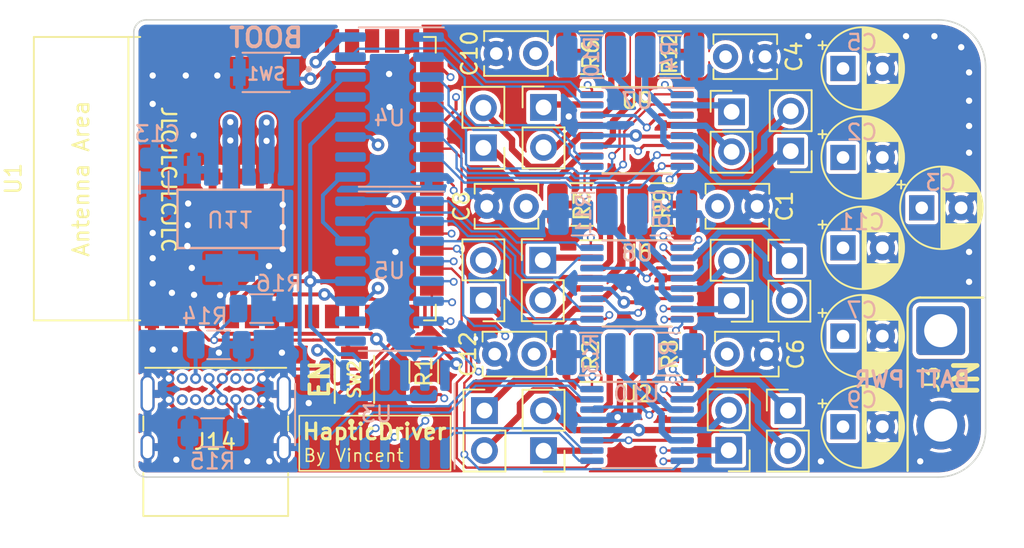
<source format=kicad_pcb>
(kicad_pcb (version 20231212) (generator "pcbnew") (generator_version "7.99")
  (layers (0 "F.Cu" signal) (1 "In1.Cu" signal) (2 "In2.Cu" signal) (31 "B.Cu" signal) (34 "B.Paste" user) (35 "F.Paste" user) (36 "B.SilkS" user "B.Silkscreen") (37 "F.SilkS" user "F.Silkscreen") (38 "B.Mask" user) (39 "F.Mask" user) (44 "Edge.Cuts" user))
  (net 0 "")
  (net 1 "+BATT")
  (net 2 "GND")
  (net 3 "Net-(J1-Pin_1)")
  (net 4 "Net-(J1-Pin_2)")
  (net 5 "Net-(J2-Pin_1)")
  (net 6 "Net-(J2-Pin_2)")
  (net 7 "Net-(J4-Pin_1)")
  (net 8 "Net-(J4-Pin_2)")
  (net 9 "Net-(J5-Pin_1)")
  (net 10 "Net-(J5-Pin_2)")
  (net 11 "Net-(J6-Pin_1)")
  (net 12 "Net-(J6-Pin_2)")
  (net 13 "Net-(J7-Pin_1)")
  (net 14 "Net-(J7-Pin_2)")
  (net 15 "Net-(J8-Pin_1)")
  (net 16 "Net-(J8-Pin_2)")
  (net 17 "Net-(J9-Pin_1)")
  (net 18 "Net-(J9-Pin_2)")
  (net 19 "Net-(J10-Pin_1)")
  (net 20 "Net-(J10-Pin_2)")
  (net 21 "Net-(J11-Pin_1)")
  (net 22 "Net-(J11-Pin_2)")
  (net 23 "Net-(J12-Pin_1)")
  (net 24 "Net-(J12-Pin_2)")
  (net 25 "Net-(J13-Pin_1)")
  (net 26 "Net-(J13-Pin_2)")
  (net 27 "/DRV_SDA")
  (net 28 "+3V3")
  (net 29 "Net-(U1-EN)")
  (net 34 "/nFAULT_6")
  (net 35 "/nFAULT_1")
  (net 36 "/nFAULT_4")
  (net 37 "/nFAULT_2")
  (net 40 "/nFAULT_5")
  (net 41 "/nFAULT_3")
  (net 46 "Net-(U1-GPIO0{slash}BOOT)")
  (net 59 "Net-(U2-ISEN12)")
  (net 60 "Net-(U6-ISEN12)")
  (net 61 "/D1_IN3")
  (net 62 "/D1_IN4")
  (net 63 "/DRV_SCL")
  (net 64 "/D1_IN2")
  (net 65 "/D1_IN1")
  (net 66 "/D2_IN1")
  (net 67 "/D2_IN2")
  (net 68 "/D2_IN3")
  (net 69 "/D2_IN4")
  (net 70 "Net-(U3-QH')")
  (net 72 "/I2S_BCLK")
  (net 73 "/I2S_WS")
  (net 75 "/I2S_DATA")
  (net 76 "/D3_IN2")
  (net 77 "/D3_IN3")
  (net 78 "/D3_IN4")
  (net 79 "/D4_IN1")
  (net 80 "/D4_IN2")
  (net 81 "/D4_IN3")
  (net 82 "/D4_IN4")
  (net 83 "Net-(U4-QH')")
  (net 86 "/D3_IN1")
  (net 87 "/D5_IN2")
  (net 88 "/D5_IN3")
  (net 89 "/D5_IN4")
  (net 90 "/D6_IN1")
  (net 91 "/D6_IN2")
  (net 92 "/D6_IN3")
  (net 93 "/D6_IN4")
  (net 97 "/D5_IN1")
  (net 98 "Net-(U7-ISEN12)")
  (net 99 "Net-(U8-ISEN12)")
  (net 100 "Net-(U9-ISEN12)")
  (net 101 "Net-(U10-ISEN12)")
  (net 102 "Net-(U2-ISEN34)")
  (net 103 "Net-(U6-ISEN34)")
  (net 104 "Net-(U7-ISEN34)")
  (net 105 "Net-(U8-ISEN34)")
  (net 106 "Net-(U9-ISEN34)")
  (net 107 "Net-(U10-ISEN34)")
  (net 108 "Net-(J14-CC1)")
  (net 109 "/USB_DP")
  (net 110 "/USB_DM")
  (net 111 "Net-(J14-CC2)")
  (footprint "Package_SO:TSSOP-16_4.4x5mm_P0.65mm" (layer "F.Cu") (at 139.9325 78.665)
    (property "Reference" "U9")
    (property "Value" "DRV8847SPWR")
  )
  (footprint "Connector_PinHeader_2.54mm:PinHeader_1x02_P2.54mm_Vertical" (layer "F.Cu") (at 133.95 86.925)
    (property "Reference" "J4" (hide yes))
    (property "Value" "Conn_01x02_Pin" (hide yes))
  )
  (footprint "Package_SO:TSSOP-16_4.4x5mm_P0.65mm" (layer "F.Cu") (at 139.9325 97.39)
    (property "Reference" "U2")
    (property "Value" "DRV8847SPWR")
  )
  (footprint "PCM_Espressif:ESP32-S3-WROOM-2" (layer "F.Cu") (at 117.41 81.75 90)
    (property "Reference" "U1")
    (property "Value" "ESP32-S3-WROOM-2")
  )
  (footprint "Connector_Wire:SolderWire-1.5sqmm_1x02_P6mm_D1.7mm_OD3mm" (layer "F.Cu") (at 159.2 91.4 -90)
    (property "Reference" "J3")
    (property "Value" "BATT PWR")
  )
  (footprint "Connector_PinHeader_2.54mm:PinHeader_1x02_P2.54mm_Vertical" (layer "F.Cu") (at 149.6825 80 180)
    (property "Reference" "J7" (hide yes))
    (property "Value" "Conn_01x02_Pin" (hide yes))
  )
  (footprint "Resistor_SMD:R_1210_3225Metric_Pad1.30x2.65mm_HandSolder" (layer "F.Cu") (at 137 73.75 180)
    (property "Reference" "R6")
    (property "Value" "R")
  )
  (footprint "Capacitor_THT:C_Disc_D3.8mm_W2.6mm_P2.50mm" (layer "F.Cu") (at 145.55 74)
    (property "Reference" "C4")
    (property "Value" "0.1uF")
  )
  (footprint "Connector_PinHeader_2.54mm:PinHeader_1x02_P2.54mm_Vertical" (layer "F.Cu") (at 149.6 86.96)
    (property "Reference" "J8" (hide yes))
    (property "Value" "Conn_01x02_Pin" (hide yes))
  )
  (footprint "Button_Omron:SW_B3U-1000P" (layer "F.Cu") (at 122 94.5 90)
    (property "Reference" "SW2")
    (property "Value" "EN")
  )
  (footprint "Connector_PinHeader_2.54mm:PinHeader_1x02_P2.54mm_Vertical" (layer "F.Cu") (at 134 77.225)
    (property "Reference" "J10" (hide yes))
    (property "Value" "Conn_01x02_Pin" (hide yes))
  )
  (footprint "Connector_PinHeader_2.54mm:PinHeader_1x02_P2.54mm_Vertical" (layer "F.Cu") (at 130.1825 79.79 180)
    (property "Reference" "J11" (hide yes))
    (property "Value" "Conn_01x02_Pin" (hide yes))
  )
  (footprint "Connector_PinHeader_2.54mm:PinHeader_1x02_P2.54mm_Vertical" (layer "F.Cu") (at 145.9325 77.5)
    (property "Reference" "J6" (hide yes))
    (property "Value" "Conn_01x02_Pin" (hide yes))
  )
  (footprint "Resistor_SMD:R_1210_3225Metric_Pad1.30x2.65mm_HandSolder" (layer "F.Cu") (at 137 92.89 180)
    (property "Reference" "R2")
    (property "Value" "R")
  )
  (footprint "Capacitor_THT:CP_Radial_D5.0mm_P2.50mm" (layer "F.Cu") (at 157.994888 83.6)
    (property "Reference" "C3")
    (property "Value" "10uF")
  )
  (footprint "Capacitor_THT:CP_Radial_D5.0mm_P2.50mm" (layer "F.Cu") (at 153 86.14)
    (property "Reference" "C11")
    (property "Value" "10uF")
  )
  (footprint "Connector_PinHeader_2.54mm:PinHeader_1x02_P2.54mm_Vertical" (layer "F.Cu") (at 134 99.025 180)
    (property "Reference" "J2" (hide yes))
    (property "Value" "Conn_01x02_Pin" (hide yes))
  )
  (footprint "Capacitor_THT:CP_Radial_D5.0mm_P2.50mm" (layer "F.Cu") (at 153 97.5)
    (property "Reference" "C9")
    (property "Value" "10uF")
  )
  (footprint "Resistor_SMD:R_1206_3216Metric" (layer "F.Cu") (at 126.4 94 90)
    (property "Reference" "R1")
    (property "Value" "5K1")
  )
  (footprint "Capacitor_THT:C_Disc_D3.8mm_W2.6mm_P2.50mm" (layer "F.Cu") (at 133.5 73.8 180)
    (property "Reference" "C10")
    (property "Value" "0.1uF")
  )
  (footprint "Connector_USB:USB_C_Receptacle_GCT_USB4085" (layer "F.Cu") (at 110.225 94.44)
    (property "Reference" "J14")
    (property "Value" "USB_C_Receptacle_USB2.0")
  )
  (footprint "Connector_PinHeader_2.54mm:PinHeader_1x02_P2.54mm_Vertical" (layer "F.Cu") (at 145.9325 89.5 180)
    (property "Reference" "J9" (hide yes))
    (property "Value" "Conn_01x02_Pin" (hide yes))
  )
  (footprint "Connector_PinHeader_2.54mm:PinHeader_1x02_P2.54mm_Vertical" (layer "F.Cu") (at 145.75 99 180)
    (property "Reference" "J13" (hide yes))
    (property "Value" "Conn_01x02_Pin" (hide yes))
  )
  (footprint "Resistor_SMD:R_1210_3225Metric_Pad1.30x2.65mm_HandSolder" (layer "F.Cu") (at 141.95 92.89)
    (property "Reference" "R8")
    (property "Value" "R")
  )
  (footprint "Connector_PinHeader_2.54mm:PinHeader_1x02_P2.54mm_Vertical" (layer "F.Cu") (at 149.5 96.475)
    (property "Reference" "J12" (hide yes))
    (property "Value" "Conn_01x02_Pin" (hide yes))
  )
  (footprint "Capacitor_THT:C_Disc_D3.8mm_W2.6mm_P2.50mm" (layer "F.Cu") (at 133.4 92.89 180)
    (property "Reference" "C12")
    (property "Value" "0.1uF")
  )
  (footprint "Capacitor_THT:CP_Radial_D5.0mm_P2.50mm" (layer "F.Cu") (at 153 80.4)
    (property "Reference" "C2")
    (property "Value" "10uF")
  )
  (footprint "Resistor_SMD:R_1210_3225Metric_Pad1.30x2.65mm_HandSolder" (layer "F.Cu") (at 142 73.75)
    (property "Reference" "R12")
    (property "Value" "R")
  )
  (footprint "Capacitor_THT:C_Disc_D3.8mm_W2.6mm_P2.50mm" (layer "F.Cu") (at 132.9 83.5 180)
    (property "Reference" "C8")
    (property "Value" "0.1uF")
  )
  (footprint "Capacitor_THT:C_Disc_D3.8mm_W2.6mm_P2.50mm" (layer "F.Cu") (at 145.05 83.5)
    (property "Reference" "C1")
    (property "Value" "0.1uF")
  )
  (footprint "Resistor_SMD:R_1210_3225Metric_Pad1.30x2.65mm_HandSolder" (layer "F.Cu") (at 141.55 83.39)
    (property "Reference" "R9")
    (property "Value" "R")
  )
  (footprint "Resistor_SMD:R_1210_3225Metric_Pad1.30x2.65mm_HandSolder" (layer "F.Cu") (at 136.4325 83.39 180)
    (property "Reference" "R3")
    (property "Value" "R")
  )
  (footprint "Package_SO:TSSOP-16_4.4x5mm_P0.65mm" (layer "F.Cu") (at 139.9325 88.39)
    (property "Reference" "U6")
    (property "Value" "DRV8847SPWR")
  )
  (footprint "Connector_PinHeader_2.54mm:PinHeader_1x02_P2.54mm_Vertical" (layer "F.Cu") (at 130.25 96.475)
    (property "Reference" "J1" (hide yes))
    (property "Value" "Conn_01x02_Pin" (hide yes))
  )
  (footprint "Capacitor_THT:C_Disc_D3.8mm_W2.6mm_P2.50mm" (layer "F.Cu") (at 145.65 92.89)
    (property "Reference" "C6")
    (property "Value" "0.1uF")
  )
  (footprint "Capacitor_THT:CP_Radial_D5.0mm_P2.50mm" (layer "F.Cu") (at 153 91.75)
    (property "Reference" "C7")
    (property "Value" "10uF")
  )
  (footprint "Capacitor_THT:CP_Radial_D5.0mm_P2.50mm" (layer "F.Cu") (at 153 74.75)
    (property "Reference" "C5")
    (property "Value" "10uF")
  )
  (footprint "Connector_PinHeader_2.54mm:PinHeader_1x02_P2.54mm_Vertical" (layer "F.Cu") (at 130.1825 89.475 180)
    (property "Reference" "J5" (hide yes))
    (property "Value" "Conn_01x02_Pin" (hide yes))
  )
  (footprint "Resistor_SMD:R_1210_3225Metric_Pad1.30x2.65mm_HandSolder" (layer "B.Cu") (at 137.05 74 180)
    (property "Reference" "R10")
    (property "Value" "R" (hide yes))
  )
  (footprint "Resistor_SMD:R_1206_3216Metric" (layer "B.Cu") (at 113 97.875)
    (property "Reference" "R15")
    (property "Value" "5K1")
  )
  (footprint "Resistor_SMD:R_1206_3216Metric" (layer "B.Cu") (at 116.1 90 180)
    (property "Reference" "R16")
    (property "Value" "5K1")
  )
  (footprint "Resistor_SMD:R_1206_3216Metric" (layer "B.Cu") (at 113.3875 92.3 180)
    (property "Reference" "R14")
    (property "Value" "5K1")
  )
  (footprint "Ti:DCY4" (layer "B.Cu") (at 114.125 84.3)
    (property "Reference" "U11")
    (property "Value" "REG1117-3.3")
  )
  (footprint "Package_SO:SOIC-16_3.9x9.9mm_P1.27mm" (layer "B.Cu") (at 124.225 87.625 180)
    (property "Reference" "U5")
    (property "Value" "74HCT595")
  )
  (footprint "Resistor_SMD:R_1210_3225Metric_Pad1.30x2.65mm_HandSolder" (layer "B.Cu") (at 141.9 92.89)
    (property "Reference" "R7")
    (property "Value" "R")
  )
  (footprint "Package_SO:TSSOP-16_4.4x5mm_P0.65mm" (layer "B.Cu") (at 139.9325 88.415 180)
    (property "Reference" "U8")
    (property "Value" "DRV8847SPWR")
  )
  (footprint "Resistor_SMD:R_1210_3225Metric_Pad1.30x2.65mm_HandSolder" (layer "B.Cu") (at 142 74)
    (property "Reference" "R4")
    (property "Value" "R")
  )
  (footprint "Resistor_SMD:R_1210_3225Metric_Pad1.30x2.65mm_HandSolder" (layer "B.Cu") (at 136.5 84 180)
    (property "Reference" "R11")
    (property "Value" "R")
  )
  (footprint "Package_SO:SOIC-16_3.9x9.9mm_P1.27mm" (layer "B.Cu") (at 124.225 77.2 180)
    (property "Reference" "U4")
    (property "Value" "74HCT595")
  )
  (footprint "Package_SO:TSSOP-16_4.4x5mm_P0.65mm" (layer "B.Cu") (at 139.9325 97.39 180)
    (property "Reference" "U10")
    (property "Value" "DRV8847SPWR")
  )
  (footprint "Package_SO:TSSOP-16_4.4x5mm_P0.65mm" (layer "B.Cu") (at 139.9325 78.715 180)
    (property "Reference" "U7")
    (property "Value" "DRV8847SPWR")
  )
  (footprint "Button_Omron:SW_B3U-1000P" (layer "B.Cu") (at 116.4 75 180)
    (property "Reference" "SW1")
    (property "Value" "BOOT")
  )
  (footprint "Package_SO:SOIC-16_3.9x9.9mm_P1.27mm" (layer "B.Cu") (at 123.295 96.725 90)
    (property "Reference" "U3")
    (property "Value" "74HCT595")
  )
  (footprint "Resistor_SMD:R_1210_3225Metric_Pad1.30x2.65mm_HandSolder" (layer "B.Cu") (at 137 92.89 180)
    (property "Reference" "R13")
    (property "Value" "R")
  )
  (footprint "Resistor_SMD:R_1210_3225Metric_Pad1.30x2.65mm_HandSolder" (layer "B.Cu") (at 141.5 84)
    (property "Reference" "R5")
    (property "Value" "R")
  )
  (footprint "Capacitor_SMD:C_1206_3216Metric_Pad1.33x1.80mm_HandSolder" (layer "B.Cu") (at 109.3 82 90)
    (property "Reference" "C13")
    (property "Value" "10uF")
  )
  (gr_rect (start 118.5 96.8) (end 128.1 100.3) (stroke (width 0.1)) (fill none) (layer "F.SilkS"))
  (gr_line (start 157.1 100.3) (end 157.1 90.1) (stroke (width 0.15)) (layer "F.SilkS"))
  (gr_arc (start 157.1 90.1) (mid 157.334315 89.534315) (end 157.9 89.3) (stroke (width 0.15)) (layer "F.SilkS"))
  (gr_line (start 157.9 89.3) (end 161.9 89.3) (stroke (width 0.15)) (layer "F.SilkS"))
  (gr_arc (start 162.05 97.7) (mid 161.17132 99.82132) (end 159.05 100.7) (stroke (width 0.1)) (layer "Edge.Cuts"))
  (gr_arc (start 108 72.465685) (mid 108.234315 71.9) (end 108.8 71.665685) (stroke (width 0.1)) (layer "Edge.Cuts"))
  (gr_line (start 159.05 100.7) (end 108.8 100.7) (stroke (width 0.1)) (layer "Edge.Cuts"))
  (gr_line (start 108.8 71.665685) (end 159.05 71.665685) (stroke (width 0.1)) (layer "Edge.Cuts"))
  (gr_line (start 162.05 74.665685) (end 162.05 97.7) (stroke (width 0.1)) (layer "Edge.Cuts"))
  (gr_line (start 108 99.9) (end 108 72.465685) (stroke (width 0.1)) (layer "Edge.Cuts"))
  (gr_arc (start 159.05 71.665685) (mid 161.17132 72.544365) (end 162.05 74.665685) (stroke (width 0.1)) (layer "Edge.Cuts"))
  (gr_arc (start 108.8 100.7) (mid 108.234315 100.465685) (end 108 99.9) (stroke (width 0.1)) (layer "Edge.Cuts"))
  (gr_text "BOOT" (at 116.4 73.5 0) (layer "B.SilkS") (effects (font (size 1.2 1.2) (thickness 0.24) (bold yes)) (justify bottom mirror)))
  (gr_text "HapticDriver" (at 118.6 98.4 0) (layer "F.SilkS") (effects (font (size 1 1) (thickness 0.2) (bold yes)) (justify left bottom)))
  (gr_text "EN" (at 120.5 94.5 90) (layer "F.SilkS") (effects (font (size 1.2 1.2) (thickness 0.24) (bold yes)) (justify bottom)))
  (gr_text "IN" (at 161.7 94.4 90) (layer "F.SilkS") (effects (font (size 1.5 1.5) (thickness 0.3) (bold yes)) (justify bottom)))
  (gr_text "JLCJLCJLCJLC" (at 109.6795 81.8 270) (layer "F.SilkS") (effects (font (size 0.9 0.9)) (justify bottom)))
  (gr_text "By Vincent" (at 118.7 99.8 0) (layer "F.SilkS") (effects (font (size 0.8 0.8) (thickness 0.1)) (justify left bottom)))
  (segment (start 140.71 88.715) (end 142.795 88.715) (width 0.25) (layer "F.Cu") (net 1))
  (segment (start 139.915758 79.075) (end 142.71 79.075) (width 0.25) (layer "F.Cu") (net 1))
  (segment (start 142.7945 97.7155) (end 142.795 97.715) (width 0.4) (layer "F.Cu") (net 1))
  (segment (start 142.71 79.075) (end 142.795 78.99) (width 0.25) (layer "F.Cu") (net 1))
  (segment (start 139.85 79.009242) (end 139.915758 79.075) (width 0.25) (layer "F.Cu") (net 1))
  (segment (start 139.825 89.6) (end 140.71 88.715) (width 0.25) (layer "F.Cu") (net 1))
  (segment (start 139.1 89.6) (end 139.825 89.6) (width 0.25) (layer "F.Cu") (net 1))
  (segment (start 140.043395 97.7155) (end 142.7945 97.7155) (width 0.4) (layer "F.Cu") (net 1))
  (via (at 140.043395 97.7155) (size 0.8) (drill 0.4) (layers "F.Cu" "B.Cu") (net 1))
  (via (at 116.425 79.35) (size 0.8) (drill 0.4) (layers "F.Cu" "B.Cu") (net 1))
  (via (at 139.85 79.009242) (size 0.8) (drill 0.4) (layers "F.Cu" "B.Cu") (net 1))
  (via (at 139.1 89.6) (size 0.8) (drill 0.4) (layers "F.Cu" "B.Cu") (net 1))
  (via (at 116.425 78.175) (size 0.8) (drill 0.4) (layers "F.Cu" "B.Cu") (net 1))
  (segment (start 116.425 78.175) (end 116.425 79.35) (width 1) (layer "B.Cu") (net 1))
  (segment (start 116.4364 81.18215) (end 116.4364 79.3614) (width 1) (layer "B.Cu") (net 1))
  (segment (start 137.100758 79.009242) (end 139.85 79.009242) (width 0.25) (layer "B.Cu") (net 1))
  (segment (start 137.07 97.715) (end 140.042895 97.715) (width 0.4) (layer "B.Cu") (net 1))
  (segment (start 116.4364 79.3614) (end 116.425 79.35) (width 1) (layer "B.Cu") (net 1))
  (segment (start 138.24 88.74) (end 137.07 88.74) (width 0.25) (layer "B.Cu") (net 1))
  (segment (start 137.07 79.04) (end 137.100758 79.009242) (width 0.25) (layer "B.Cu") (net 1))
  (segment (start 139.1 89.6) (end 138.24 88.74) (width 0.25) (layer "B.Cu") (net 1))
  (segment (start 140.042895 97.715) (end 140.043395 97.7155) (width 0.4) (layer "B.Cu") (net 1))
  (segment (start 126 74) (end 126.4 74) (width 0.15) (layer "F.Cu") (net 2))
  (segment (start 125.8 74.2) (end 126 74) (width 0.15) (layer "F.Cu") (net 2))
  (segment (start 125.8 89.3) (end 126 89.5) (width 0.15) (layer "F.Cu") (net 2))
  (segment (start 110.225 94.44) (end 110.225 95.79) (width 0.5) (layer "F.Cu") (net 2))
  (segment (start 126 89.5) (end 126.3 89.5) (width 0.15) (layer "F.Cu") (net 2))
  (segment (start 116.175 94.44) (end 116.175 95.79) (width 0.5) (layer "F.Cu") (net 2))
  (via (at 111.3 75.2) (size 0.8) (drill 0.4) (layers "F.Cu" "B.Cu") (net 2))
  (via (at 136.9 92.9) (size 0.8) (drill 0.4) (layers "F.Cu" "B.Cu") (net 2))
  (via (at 138.7 96.9) (size 0.8) (drill 0.4) (layers "F.Cu" "B.Cu") (net 2))
  (via (at 157.9 99.7) (size 0.8) (drill 0.4) (layers "F.Cu" "B.Cu") (net 2))
  (via (at 116.6 99.7) (size 0.8) (drill 0.4) (layers "F.Cu" "B.Cu") (net 2))
  (via (at 161 76.8) (size 0.8) (drill 0.4) (layers "F.Cu" "B.Cu") (net 2))
  (via (at 115.2 99.7) (size 0.8) (drill 0.4) (layers "F.Cu" "B.Cu") (net 2))
  (via (at 117.4 92.8) (size 0.8) (drill 0.4) (layers "F.Cu" "B.Cu") (net 2))
  (via (at 135.6 77.8) (size 0.8) (drill 0.4) (layers "F.Cu" "B.Cu") (net 2))
  (via (at 113.4 92.8) (size 0.8) (drill 0.4) (layers "F.Cu" "B.Cu") (net 2))
  (via (at 158.8 72.7) (size 0.8) (drill 0.4) (layers "F.Cu" "B.Cu") (net 2))
  (via (at 129.7 91.9) (size 0.5) (drill 0.3) (layers "F.Cu" "B.Cu") (net 2))
  (via (at 109.2 77) (size 0.8) (drill 0.4) (layers "F.Cu" "B.Cu") (net 2))
  (via (at 151.6 99.7) (size 0.8) (drill 0.4) (layers "F.Cu" "B.Cu") (net 2))
  (via (at 109.2 75.2) (size 0.8) (drill 0.4) (layers "F.Cu" "B.Cu") (net 2))
  (via (at 161 78.4) (size 0.8) (drill 0.4) (layers "F.Cu" "B.Cu") (net 2))
  (via (at 157 72.7) (size 0.8) (drill 0.4) (layers "F.Cu" "B.Cu") (net 2))
  (via (at 113.3 75.2) (size 0.8) (drill 0.4) (layers "F.Cu" "B.Cu") (net 2))
  (via (at 161 88.3) (size 0.8) (drill 0.4) (layers "F.Cu" "B.Cu") (net 2))
  (via (at 161 80.1) (size 0.8) (drill 0.4) (layers "F.Cu" "B.Cu") (net 2))
  (via (at 124.225 77.2) (size 0.8) (drill 0.4) (layers "F.Cu" "B.Cu") (net 2))
  (via (at 141.7 83.2) (size 0.8) (drill 0.4) (layers "F.Cu" "B.Cu") (net 2))
  (via (at 124.2 75.1) (size 0.8) (drill 0.4) (layers "F.Cu" "B.Cu") (net 2))
  (via (at 124.6 86.4) (size 0.8) (drill 0.4) (layers "F.Cu" "B.Cu") (net 2))
  (via (at 110.7 99.6) (size 0.8) (drill 0.4) (layers "F.Cu" "B.Cu") (net 2))
  (via (at 161 86.4) (size 0.8) (drill 0.4) (layers "F.Cu" "B.Cu") (net 2))
  (via (at 119.1 96) (size 0.8) (drill 0.4) (layers "F.Cu" "B.Cu") (net 2))
  (via (at 160.5 73.4) (size 0.8) (drill 0.4) (layers "F.Cu" "B.Cu") (net 2))
  (via (at 109.2 92.6) (size 0.8) (drill 0.4) (layers "F.Cu" "B.Cu") (net 2))
  (via (at 150.8 72.7) (size 0.8) (drill 0.4) (layers "F.Cu" "B.Cu") (net 2))
  (via (at 110.6 92.6) (size 0.8) (drill 0.4) (layers "F.Cu" "B.Cu") (net 2))
  (via (at 111.8 79) (size 0.8) (drill 0.4) (layers "F.Cu" "B.Cu") (net 2))
  (via (at 139.4 88.7) (size 0.5) (drill 0.3) (layers "F.Cu" "B.Cu") (net 2))
  (via (at 161 75) (size 0.8) (drill 0.4) (layers "F.Cu" "B.Cu") (net 2))
  (segment (start 118.45 98.8) (end 118.85 99.2) (width 0.5) (layer "B.Cu") (net 2))
  (segment (start 117.525 98.8) (end 118.45 98.8) (width 0.5) (layer "B.Cu") (net 2))
  (segment (start 134.8 94.6) (end 135.965 95.765) (width 0.4) (layer "F.Cu") (net 3))
  (segment (start 130.25 96.475) (end 132.125 94.6) (width 0.4) (layer "F.Cu") (net 3))
  (segment (start 132.125 94.6) (end 134.8 94.6) (width 0.4) (layer "F.Cu") (net 3))
  (segment (start 135.965 95.765) (end 137.07 95.765) (width 0.4) (layer "F.Cu") (net 3))
  (segment (start 136.346104 97.065) (end 134.481104 95.2) (width 0.4) (layer "F.Cu") (net 4))
  (segment (start 132.5 96.05) (end 132.5 96.765) (width 0.4) (layer "F.Cu") (net 4))
  (segment (start 132.5 96.765) (end 130.25 99.015) (width 0.4) (layer "F.Cu") (net 4))
  (segment (start 133.35 95.2) (end 132.5 96.05) (width 0.4) (layer "F.Cu") (net 4))
  (segment (start 134.481104 95.2) (end 133.35 95.2) (width 0.4) (layer "F.Cu") (net 4))
  (segment (start 137.07 97.065) (end 136.346104 97.065) (width 0.4) (layer "F.Cu") (net 4))
  (segment (start 137.06 99.025) (end 134 99.025) (width 0.4) (layer "F.Cu") (net 5))
  (segment (start 137.07 99.015) (end 137.06 99.025) (width 0.25) (layer "F.Cu") (net 5))
  (segment (start 137.07 97.715) (end 135.715 97.715) (width 0.4) (layer "F.Cu") (net 6))
  (segment (start 134.485 96.485) (end 134 96.485) (width 0.4) (layer "F.Cu") (net 6))
  (segment (start 135.715 97.715) (end 134.485 96.485) (width 0.4) (layer "F.Cu") (net 6))
  (segment (start 134.0575 86.765) (end 137.07 86.765) (width 0.4) (layer "F.Cu") (net 7))
  (segment (start 133.9325 86.89) (end 134.0575 86.765) (width 0.4) (layer "F.Cu") (net 7))
  (segment (start 137.07 88.065) (end 135.2975 88.065) (width 0.4) (layer "F.Cu") (net 8))
  (segment (start 135.2975 88.065) (end 133.9325 89.43) (width 0.4) (layer "F.Cu") (net 8))
  (segment (start 130.3 89.5) (end 132.1 91.3) (width 0.4) (layer "F.Cu") (net 9))
  (segment (start 130.1825 89.5) (end 130.3 89.5) (width 0.4) (layer "F.Cu") (net 9))
  (segment (start 135.985 90.015) (end 137.07 90.015) (width 0.4) (layer "F.Cu") (net 9))
  (segment (start 132.1 91.3) (end 134.7 91.3) (width 0.4) (layer "F.Cu") (net 9))
  (segment (start 134.7 91.3) (end 135.985 90.015) (width 0.4) (layer "F.Cu") (net 9))
  (segment (start 134.420414 90.75) (end 135.6 89.570414) (width 0.4) (layer "F.Cu") (net 10))
  (segment (start 131.45 88.2275) (end 131.45 89.8) (width 0.4) (layer "F.Cu") (net 10))
  (segment (start 132.4 90.75) (end 134.420414 90.75) (width 0.4) (layer "F.Cu") (net 10))
  (segment (start 136.085 88.715) (end 137.07 88.715) (width 0.4) (layer "F.Cu") (net 10))
  (segment (start 131.45 89.8) (end 132.4 90.75) (width 0.4) (layer "F.Cu") (net 10))
  (segment (start 130.1825 86.96) (end 131.45 88.2275) (width 0.4) (layer "F.Cu") (net 10))
  (segment (start 135.6 89.2) (end 136.085 88.715) (width 0.4) (layer "F.Cu") (net 10))
  (segment (start 135.6 89.570414) (end 135.6 89.2) (width 0.4) (layer "F.Cu") (net 10))
  (segment (start 145.5225 77.09) (end 142.795 77.09) (width 0.4) (layer "B.Cu") (net 11))
  (segment (start 145.9325 77.5) (end 145.5225 77.09) (width 0.4) (layer "B.Cu") (net 11))
  (segment (start 144.2825 78.39) (end 142.795 78.39) (width 0.4) (layer "B.Cu") (net 12))
  (segment (start 145.9325 80.04) (end 144.2825 78.39) (width 0.4) (layer "B.Cu") (net 12))
  (segment (start 147.09125 82) (end 149.09125 80) (width 0.4) (layer "B.Cu") (net 13))
  (segment (start 145.25 82) (end 147.09125 82) (width 0.4) (layer "B.Cu") (net 13))
  (segment (start 142.795 80.34) (end 143.59 80.34) (width 0.4) (layer "B.Cu") (net 13))
  (segment (start 149.09125 80) (end 149.6825 80) (width 0.4) (layer "B.Cu") (net 13))
  (segment (start 143.59 80.34) (end 145.25 82) (width 0.4) (layer "B.Cu") (net 13))
  (segment (start 145.477816 81.4) (end 144.3 80.222184) (width 0.4) (layer "B.Cu") (net 14))
  (segment (start 146.584778 81.4) (end 145.477816 81.4) (width 0.4) (layer "B.Cu") (net 14))
  (segment (start 148 79.984778) (end 146.584778 81.4) (width 0.4) (layer "B.Cu") (net 14))
  (segment (start 144.3 79.75) (end 143.59 79.04) (width 0.4) (layer "B.Cu") (net 14))
  (segment (start 144.3 80.222184) (end 144.3 79.75) (width 0.4) (layer "B.Cu") (net 14))
  (segment (start 149.6825 77.46) (end 148 79.1425) (width 0.4) (layer "B.Cu") (net 14))
  (segment (start 143.59 79.04) (end 142.795 79.04) (width 0.4) (layer "B.Cu") (net 14))
  (segment (start 148 79.1425) (end 148 79.984778) (width 0.4) (layer "B.Cu") (net 14))
  (segment (start 143.518896 86.79) (end 145.208896 85.1) (width 0.4) (layer "B.Cu") (net 15))
  (segment (start 145.208896 85.1) (end 147.8925 85.1) (width 0.4) (layer "B.Cu") (net 15))
  (segment (start 147.8925 85.1) (end 149.6825 86.89) (width 0.4) (layer "B.Cu") (net 15))
  (segment (start 142.795 86.79) (end 143.518896 86.79) (width 0.4) (layer "B.Cu") (net 15))
  (segment (start 143.518896 88.09) (end 142.795 88.09) (width 0.4) (layer "B.Cu") (net 16))
  (segment (start 149.6825 89.43) (end 148.1 87.8475) (width 0.4) (layer "B.Cu") (net 16))
  (segment (start 148.1 87.8475) (end 148.1 86.8) (width 0.4) (layer "B.Cu") (net 16))
  (segment (start 144.3 87.308896) (end 143.518896 88.09) (width 0.4) (layer "B.Cu") (net 16))
  (segment (start 144.3 86.786712) (end 144.3 87.308896) (width 0.4) (layer "B.Cu") (net 16))
  (segment (start 145.326712 85.76) (end 144.3 86.786712) (width 0.4) (layer "B.Cu") (net 16))
  (segment (start 147.06 85.76) (end 145.326712 85.76) (width 0.4) (layer "B.Cu") (net 16))
  (segment (start 148.1 86.8) (end 147.06 85.76) (width 0.4) (layer "B.Cu") (net 16))
  (segment (start 145.3925 90.04) (end 142.795 90.04) (width 0.4) (layer "B.Cu") (net 17))
  (segment (start 145.9325 89.5) (end 145.3925 90.04) (width 0.4) (layer "B.Cu") (net 17))
  (segment (start 144.1525 88.74) (end 142.795 88.74) (width 0.4) (layer "B.Cu") (net 18))
  (segment (start 145.9325 86.96) (end 144.1525 88.74) (width 0.4) (layer "B.Cu") (net 18))
  (segment (start 133.9325 77.6) (end 134.4925 77.04) (width 0.25) (layer "F.Cu") (net 19))
  (segment (start 134.4925 77.04) (end 137.07 77.04) (width 0.4) (layer "F.Cu") (net 19))
  (segment (start 136.190331 78.34) (end 137.07 78.34) (width 0.4) (layer "F.Cu") (net 20))
  (segment (start 134 79.765) (end 134.765331 79.765) (width 0.4) (layer "F.Cu") (net 20))
  (segment (start 134.765331 79.765) (end 136.190331 78.34) (width 0.4) (layer "F.Cu") (net 20))
  (segment (start 136.31 80.29) (end 137.07 80.29) (width 0.4) (layer "F.Cu") (net 21))
  (segment (start 130.1825 79.79) (end 130.69 79.79) (width 0.4) (layer "F.Cu") (net 21))
  (segment (start 130.69 79.79) (end 132.5 81.6) (width 0.4) (layer "F.Cu") (net 21))
  (segment (start 135 81.6) (end 136.31 80.29) (width 0.4) (layer "F.Cu") (net 21))
  (segment (start 132.5 81.6) (end 135 81.6) (width 0.4) (layer "F.Cu") (net 21))
  (segment (start 130.1825 77.46) (end 132 79.2775) (width 0.4) (layer "F.Cu") (net 22))
  (segment (start 135.5 80.25) (end 135.5 79.836104) (width 0.4) (layer "F.Cu") (net 22))
  (segment (start 135.5 79.836104) (end 136.346104 78.99) (width 0.4) (layer "F.Cu") (net 22))
  (segment (start 133.130799 81) (end 134.75 81) (width 0.4) (layer "F.Cu") (net 22))
  (segment (start 132 79.2775) (end 132 79.869201) (width 0.4) (layer "F.Cu") (net 22))
  (segment (start 132 79.869201) (end 133.130799 81) (width 0.4) (layer "F.Cu") (net 22))
  (segment (start 136.346104 78.99) (end 137.07 78.99) (width 0.4) (layer "F.Cu") (net 22))
  (segment (start 134.75 81) (end 135.5 80.25) (width 0.4) (layer "F.Cu") (net 22))
  (segment (start 144.783896 94.5) (end 143.518896 95.765) (width 0.4) (layer "B.Cu") (net 23))
  (segment (start 143.518896 95.765) (end 142.795 95.765) (width 0.4) (layer "B.Cu") (net 23))
  (segment (start 147.525 94.5) (end 144.783896 94.5) (width 0.4) (layer "B.Cu") (net 23))
  (segment (start 149.5 96.475) (end 147.525 94.5) (width 0.4) (layer "B.Cu") (net 23))
  (segment (start 147.6 97.115) (end 147.6 96) (width 0.4) (layer "B.Cu") (net 24))
  (segment (start 145.0825 95.2) (end 144.2 96.0825) (width 0.4) (layer "B.Cu") (net 24))
  (segment (start 146.8 95.2) (end 145.0825 95.2) (width 0.4) (layer "B.Cu") (net 24))
  (segment (start 149.5 99.015) (end 147.6 97.115) (width 0.4) (layer "B.Cu") (net 24))
  (segment (start 143.618896 97.065) (end 142.795 97.065) (width 0.4) (layer "B.Cu") (net 24))
  (segment (start 144.2 96.0825) (end 144.2 96.483896) (width 0.4) (layer "B.Cu") (net 24))
  (segment (start 147.6 96) (end 146.8 95.2) (width 0.4) (layer "B.Cu") (net 24))
  (segment (start 144.2 96.483896) (end 143.618896 97.065) (width 0.4) (layer "B.Cu") (net 24))
  (segment (start 142.81 99) (end 142.795 99.015) (width 0.4) (layer "B.Cu") (net 25))
  (segment (start 145.75 99) (end 142.81 99) (width 0.4) (layer "B.Cu") (net 25))
  (segment (start 144.495 97.715) (end 142.795 97.715) (width 0.4) (layer "B.Cu") (net 26))
  (segment (start 145.75 96.46) (end 144.495 97.715) (width 0.4) (layer "B.Cu") (net 26))
  (segment (start 127.565 74.765) (end 126.91 74.765) (width 0.2) (layer "F.Cu") (net 27))
  (segment (start 141.053304 96.415) (end 142.795 96.415) (width 0.2) (layer "F.Cu") (net 27))
  (segment (start 127.4625 95.4625) (end 127.1245 95.4625) (width 0.2) (layer "F.Cu") (net 27))
  (segment (start 128.1 75.3) (end 127.565 74.765) (width 0.2) (layer "F.Cu") (net 27))
  (segment (start 127.7 95.7) (end 127.4625 95.4625) (width 0.2) (layer "F.Cu") (net 27))
  (segment (start 140.5495 88.089503) (end 141.224003 87.415) (width 0.2) (layer "F.Cu") (net 27))
  (segment (start 140.710919 96.757385) (end 141.053304 96.415) (width 0.2) (layer "F.Cu") (net 27))
  (segment (start 141.224003 87.415) (end 142.795 87.415) (width 0.2) (layer "F.Cu") (net 27))
  (segment (start 140.5495 78.5) (end 141.3595 77.69) (width 0.2) (layer "F.Cu") (net 27))
  (segment (start 141.3595 77.69) (end 142.795 77.69) (width 0.2) (layer "F.Cu") (net 27))
  (via (at 128.1 75.3) (size 0.5) (drill 0.3) (layers "F.Cu" "B.Cu") (net 27))
  (via (at 127.7 95.7) (size 0.5) (drill 0.3) (layers "F.Cu" "B.Cu") (net 27))
  (via (at 140.5495 78.5) (size 0.5) (drill 0.3) (layers "F.Cu" "B.Cu") (net 27))
  (via (at 140.710919 96.757385) (size 0.5) (drill 0.3) (layers "F.Cu" "B.Cu") (net 27))
  (via (at 140.5495 88.089503) (size 0.5) (drill 0.3) (layers "F.Cu" "B.Cu") (net 27))
  (segment (start 137.235 96.25) (end 137.07 96.415) (width 0.2) (layer "B.Cu") (net 27))
  (segment (start 140.5495 88.089503) (end 139.899997 87.44) (width 0.2) (layer "B.Cu") (net 27))
  (segment (start 140.203534 96.25) (end 137.235 96.25) (width 0.2) (layer "B.Cu") (net 27))
  (segment (start 139.7895 77.74) (end 137.07 77.74) (width 0.2) (layer "B.Cu") (net 27))
  (segment (start 139.899997 87.44) (end 137.07 87.44) (width 0.2) (layer "B.Cu") (net 27))
  (segment (start 140.710919 96.757385) (end 140.203534 96.25) (width 0.2) (layer "B.Cu") (net 27))
  (segment (start 140.5495 78.5) (end 139.7895 77.74) (width 0.2) (layer "B.Cu") (net 27))
  (segment (start 127.5125 92.5375) (end 126 92.5375) (width 0.25) (layer "F.Cu") (net 28))
  (segment (start 137.07 76.07) (end 136.8 75.8) (width 0.15) (layer "F.Cu") (net 28))
  (segment (start 137.07 76.39) (end 137.07 76.07) (width 0.15) (layer "F.Cu") (net 28))
  (segment (start 111.68215 87.41785) (end 110.42 88.68) (width 1) (layer "F.Cu") (net 28))
  (segment (start 110.42 88.68) (end 110.42 90.5) (width 1) (layer "F.Cu") (net 28))
  (segment (start 137.07 86.115) (end 137 86.045) (width 0.15) (layer "F.Cu") (net 28))
  (segment (start 128.475 93.5) (end 127.5125 92.5375) (width 0.25) (layer "F.Cu") (net 28))
  (segment (start 137.1 94.3) (end 137.07 94.33) (width 0.15) (layer "F.Cu") (net 28))
  (segment (start 137 86.045) (end 137 85.5) (width 0.15) (layer "F.Cu") (net 28))
  (segment (start 137.07 94.33) (end 137.07 95.115) (width 0.15) (layer "F.Cu") (net 28))
  (via (at 114.125 78.15) (size 0.8) (drill 0.4) (layers "F.Cu" "B.Cu") (net 28))
  (via (at 137 85.5) (size 0.5) (drill 0.3) (layers "F.Cu" "B.Cu") (net 28))
  (via (at 142.2 93.849997) (size 0.5) (drill 0.3) (layers "F.Cu" "B.Cu") (net 28))
  (via (at 109.2 85.2) (size 0.8) (drill 0.4) (layers "F.Cu" "B.Cu") (net 28))
  (via (at 119.55 74.35) (size 0.8) (drill 0.4) (layers "F.Cu" "B.Cu") (net 28))
  (via (at 111.68215 87.41785) (size 0.8) (drill 0.4) (layers "F.Cu" "B.Cu") (net 28))
  (via (at 109.2 86.8) (size 0.8) (drill 0.4) (layers "F.Cu" "B.Cu") (net 28))
  (via (at 128.475 93.5) (size 0.8) (drill 0.4) (layers "F.Cu" "B.Cu") (net 28))
  (via (at 111.45 83.325) (size 0.8) (drill 0.4) (layers "F.Cu" "B.Cu") (net 28))
  (via (at 111.4 86.025) (size 0.8) (drill 0.4) (layers "F.Cu" "B.Cu") (net 28))
  (via (at 111.825 89.125) (size 0.8) (drill 0.4) (layers "F.Cu" "B.Cu") (net 28))
  (via (at 113.475 89.15) (size 0.8) (drill 0.4) (layers "F.Cu" "B.Cu") (net 28))
  (via (at 117.45 86.225) (size 0.8) (drill 0.4) (layers "F.Cu" "B.Cu") (net 28))
  (via (at 141.7 75.790001) (size 0.5) (drill 0.3) (layers "F.Cu" "B.Cu") (net 28))
  (via (at 124.6 83.2) (size 0.8) (drill 0.4) (layers "F.Cu" "B.Cu") (net 28))
  (via (at 111.425 84.7) (size 0.8) (drill 0.4) (layers "F.Cu" "B.Cu") (net 28))
  (via (at 114.125 79.325) (size 0.8) (drill 0.4) (layers "F.Cu" "B.Cu") (net 28))
  (via (at 110.42 89) (size 0.8) (drill 0.4) (layers "F.Cu" "B.Cu") (net 28))
  (via (at 117.45 84.825) (size 0.8) (drill 0.4) (layers "F.Cu" "B.Cu") (net 28))
  (via (at 143.830183 85.630183) (size 0.5) (drill 0.3) (layers "F.Cu" "B.Cu") (net 28))
  (via (at 117.45 83.4) (size 0.8) (drill 0.4) (layers "F.Cu" "B.Cu") (net 28))
  (via (at 116.575 87.3) (size 0.8) (drill 0.4) (layers "F.Cu" "B.Cu") (net 28))
  (via (at 137.1 94.3) (size 0.5) (drill 0.3) (layers "F.Cu" "B.Cu") (net 28))
  (via (at 109.2 88.4) (size 0.8) (drill 0.4) (layers "F.Cu" "B.Cu") (net 28))
  (via (at 136.8 75.8) (size 0.5) (drill 0.3) (layers "F.Cu" "B.Cu") (net 28))
  (segment (start 124.6 83.2) (end 124.58 83.18) (width 0.5) (layer "B.Cu") (net 28))
  (segment (start 124.58 83.18) (end 121.75 83.18) (width 0.5) (layer "B.Cu") (net 28))
  (segment (start 142.795 95.115) (end 142.795 94.423248) (width 0.15) (layer "B.Cu") (net 28))
  (segment (start 143.320366 86.14) (end 143.830183 85.630183) (width 0.15) (layer "B.Cu") (net 28))
  (segment (start 114.125 87.41785) (end 111.68215 87.41785) (width 1) (layer "B.Cu") (net 28))
  (segment (start 142.795 94.423248) (end 142.221749 93.849997) (width 0.15) (layer "B.Cu") (net 28))
  (segment (start 142.221749 93.849997) (end 142.2 93.849997) (width 0.15) (layer "B.Cu") (net 28))
  (segment (start 142.795 86.14) (end 143.320366 86.14) (width 0.15) (layer "B.Cu") (net 28))
  (segment (start 114.125 79.325) (end 114.125 78.15) (width 1) (layer "B.Cu") (net 28))
  (segment (start 110.42 88.68) (end 110.42 89) (width 1) (layer "B.Cu") (net 28))
  (segment (start 114.125 81.18215) (end 114.125 82.725) (width 1) (layer "B.Cu") (net 28))
  (segment (start 121.145 72.755) (end 121.75 72.755) (width 0.5) (layer "B.Cu") (net 28))
  (segment (start 114.125 81.18215) (end 114.125 79.325) (width 1) (layer "B.Cu") (net 28))
  (segment (start 128 93.5) (end 127.74 93.76) (width 0.4) (layer "B.Cu") (net 28))
  (segment (start 119.55 74.35) (end 121.145 72.755) (width 0.5) (layer "B.Cu") (net 28))
  (segment (start 128.475 93.5) (end 128 93.5) (width 0.4) (layer "B.Cu") (net 28))
  (segment (start 141.7 75.790001) (end 142.349999 76.44) (width 0.15) (layer "B.Cu") (net 28))
  (segment (start 111.68215 87.41785) (end 110.42 88.68) (width 1) (layer "B.Cu") (net 28))
  (segment (start 119.380761 92) (end 119.385086 91.995675) (width 0.2) (layer "F.Cu") (net 29))
  (segment (start 121.195675 91.995675) (end 122 92.8) (width 0.2) (layer "F.Cu") (net 29))
  (segment (start 111.69 90.93) (end 112.76 92) (width 0.2) (layer "F.Cu") (net 29))
  (segment (start 112.76 92) (end 113.1 92) (width 0.2) (layer "F.Cu") (net 29))
  (segment (start 119.385086 91.995675) (end 121.195675 91.995675) (width 0.2) (layer "F.Cu") (net 29))
  (segment (start 111.69 90.5) (end 111.69 90.93) (width 0.2) (layer "F.Cu") (net 29))
  (segment (start 113.1 92) (end 119.380761 92) (width 0.2) (layer "F.Cu") (net 29))
  (via (at 113.1 92) (size 0.5) (drill 0.3) (layers "F.Cu" "B.Cu") (net 29))
  (segment (start 113.1 91.7375) (end 113.1 92) (width 0.2) (layer "B.Cu") (net 29))
  (segment (start 114.8375 90) (end 113.1 91.7375) (width 0.2) (layer "B.Cu") (net 29))
  (segment (start 128.8 92) (end 128.8 88.1) (width 0.15) (layer "F.Cu") (net 34))
  (segment (start 128.975 94.725) (end 129.4 94.3) (width 0.15) (layer "F.Cu") (net 34))
  (segment (start 128.975 99.26028) (end 128.975 94.725) (width 0.15) (layer "F.Cu") (net 34))
  (segment (start 128.165 87.465) (end 126.91 87.465) (width 0.15) (layer "F.Cu") (net 34))
  (segment (start 129.4 94.3) (end 129.4 92.6) (width 0.15) (layer "F.Cu") (net 34))
  (segment (start 128.8 88.1) (end 128.165 87.465) (width 0.15) (layer "F.Cu") (net 34))
  (segment (start 129.4 92.6) (end 128.8 92) (width 0.15) (layer "F.Cu") (net 34))
  (via (at 128.975 99.26028) (size 0.5) (drill 0.3) (layers "F.Cu" "B.Cu") (net 34))
  (segment (start 142.26 100.2) (end 142.795 99.665) (width 0.15) (layer "B.Cu") (net 34))
  (segment (start 129.91472 100.2) (end 142.26 100.2) (width 0.15) (layer "B.Cu") (net 34))
  (segment (start 128.975 99.26028) (end 129.91472 100.2) (width 0.15) (layer "B.Cu") (net 34))
  (segment (start 126.91 90.61) (end 126.91 88.735) (width 0.15) (layer "F.Cu") (net 35))
  (segment (start 136.635 100.1) (end 129.1 100.1) (width 0.15) (layer "F.Cu") (net 35))
  (segment (start 129.1 92.8) (end 126.91 90.61) (width 0.15) (layer "F.Cu") (net 35))
  (segment (start 129.1 94.1) (end 129.1 92.8) (width 0.15) (layer "F.Cu") (net 35))
  (segment (start 128.5 99.5) (end 128.5 94.7) (width 0.15) (layer "F.Cu") (net 35))
  (segment (start 128.5 94.7) (end 129.1 94.1) (width 0.15) (layer "F.Cu") (net 35))
  (segment (start 129.1 100.1) (end 128.5 99.5) (width 0.15) (layer "F.Cu") (net 35))
  (segment (start 137.07 99.665) (end 136.635 100.1) (width 0.15) (layer "F.Cu") (net 35))
  (segment (start 128.5 86.195) (end 126.91 86.195) (width 0.15) (layer "F.Cu") (net 36))
  (via (at 128.5 86.195) (size 0.5) (drill 0.3) (layers "F.Cu" "B.Cu") (net 36))
  (via (at 142.4 91.4) (size 0.5) (drill 0.3) (layers "F.Cu" "B.Cu") (net 36))
  (via (at 131.571167 91.75) (size 0.5) (drill 0.3) (layers "F.Cu" "B.Cu") (net 36))
  (segment (start 142.4 91.4) (end 142.795 91.005) (width 0.15) (layer "B.Cu") (net 36))
  (segment (start 130.921167 91.1) (end 131.571167 91.75) (width 0.15) (layer "B.Cu") (net 36))
  (segment (start 129.6 91.1) (end 130.921167 91.1) (width 0.15) (layer "B.Cu") (net 36))
  (segment (start 142.795 91.005) (end 142.795 90.69) (width 0.15) (layer "B.Cu") (net 36))
  (segment (start 128.9 90.4) (end 129.6 91.1) (width 0.15) (layer "B.Cu") (net 36))
  (segment (start 128.5 86.195) (end 128.9 86.595) (width 0.15) (layer "B.Cu") (net 36))
  (segment (start 128.9 86.595) (end 128.9 90.4) (width 0.15) (layer "B.Cu") (net 36))
  (segment (start 127.220876 85.235876) (end 126.91 84.925) (width 0.15) (layer "F.Cu") (net 37))
  (segment (start 137.912138 90.665) (end 137.07 90.665) (width 0.15) (layer "F.Cu") (net 37))
  (segment (start 138.173552 90.403586) (end 137.912138 90.665) (width 0.15) (layer "F.Cu") (net 37))
  (segment (start 128.164124 85.235876) (end 127.220876 85.235876) (width 0.15) (layer "F.Cu") (net 37))
  (via (at 128.164124 85.235876) (size 0.5) (drill 0.3) (layers "F.Cu" "B.Cu") (net 37))
  (via (at 138.173552 90.403586) (size 0.5) (drill 0.3) (layers "F.Cu" "B.Cu") (net 37))
  (segment (start 127.382356 81.115) (end 126.91 81.115) (width 0.15) (layer "F.Cu") (net 40))
  (segment (start 126.91 81.115) (end 127.21 81.115) (width 0.15) (layer "F.Cu") (net 40))
  (segment (start 128.3 82.205) (end 128.3 82.5) (width 0.15) (layer "F.Cu") (net 40))
  (segment (start 127.21 81.115) (end 128.3 82.205) (width 0.15) (layer "F.Cu") (net 40))
  (segment (start 137.07 80.94) (end 136.6 81.41) (width 0.15) (layer "F.Cu") (net 40))
  (segment (start 136.6 81.41) (end 136.6 82.8) (width 0.15) (layer "F.Cu") (net 40))
  (via (at 136.6 82.824999) (size 0.5) (drill 0.3) (layers "F.Cu" "B.Cu") (net 40))
  (via (at 128.3 82.5) (size 0.5) (drill 0.3) (layers "F.Cu" "B.Cu") (net 40))
  (segment (start 128.8 80.450431) (end 128.8 83) (width 0.15) (layer "F.Cu") (net 41))
  (segment (start 128.194569 79.845) (end 128.8 80.450431) (width 0.15) (layer "F.Cu") (net 41))
  (segment (start 126.91 79.845) (end 128.194569 79.845) (width 0.15) (layer "F.Cu") (net 41))
  (via (at 142 81.8) (size 0.5) (drill 0.3) (layers "F.Cu" "B.Cu") (net 41))
  (via (at 128.8 83) (size 0.5) (drill 0.3) (layers "F.Cu" "B.Cu") (net 41))
  (segment (start 142.795 80.99) (end 142.795 81.005) (width 0.15) (layer "B.Cu") (net 41))
  (segment (start 142.795 81.005) (end 142 81.8) (width 0.15) (layer "B.Cu") (net 41))
  (segment (start 124.74 74.4) (end 125.66 73.48) (width 0.25) (layer "F.Cu") (net 46))
  (segment (start 125.66 73.48) (end 125.66 73) (width 0.25) (layer "F.Cu") (net 46))
  (segment (start 120.5 74.4) (end 124.74 74.4) (width 0.25) (layer "F.Cu") (net 46))
  (segment (start 119.2 75.4) (end 119.5 75.4) (width 0.25) (layer "F.Cu") (net 46))
  (segment (start 119.5 75.4) (end 120.5 74.4) (width 0.25) (layer "F.Cu") (net 46))
  (via (at 119.2 75.4) (size 0.8) (drill 0.4) (layers "F.Cu" "B.Cu") (net 46))
  (segment (start 119.2 75.4) (end 118.454595 75.4) (width 0.25) (layer "B.Cu") (net 46))
  (segment (start 138.35 92.89) (end 138.2 93.04) (width 0.4) (layer "F.Cu") (net 59))
  (segment (start 137.793896 96.415) (end 137.07 96.415) (width 0.4) (layer "F.Cu") (net 59))
  (segment (start 138.2 93.04) (end 138.2 96.008896) (width 0.4) (layer "F.Cu") (net 59))
  (segment (start 138.2 96.008896) (end 137.793896 96.415) (width 0.4) (layer "F.Cu") (net 59))
  (segment (start 138.225 86.983896) (end 137.793896 87.415) (width 0.4) (layer "F.Cu") (net 60))
  (segment (start 137.9825 83.39) (end 138.225 83.6325) (width 0.4) (layer "F.Cu") (net 60))
  (segment (start 138.225 83.6325) (end 138.225 86.983896) (width 0.4) (layer "F.Cu") (net 60))
  (segment (start 137.793896 87.415) (end 137.07 87.415) (width 0.4) (layer "F.Cu") (net 60))
  (segment (start 141.635 99.665) (end 141.6 99.7) (width 0.15) (layer "F.Cu") (net 61))
  (segment (start 142.795 99.665) (end 141.635 99.665) (width 0.15) (layer "F.Cu") (net 61))
  (via (at 124.545695 98.148469) (size 0.5) (drill 0.3) (layers "F.Cu" "B.Cu") (net 61))
  (via (at 141.6 99.7) (size 0.5) (drill 0.3) (layers "F.Cu" "B.Cu") (net 61))
  (segment (start 124.545695 98.148469) (end 123.93 98.764164) (width 0.15) (layer "B.Cu") (net 61))
  (segment (start 123.93 98.764164) (end 123.93 99.2) (width 0.15) (layer "B.Cu") (net 61))
  (segment (start 141.615 99.015) (end 141.6 99) (width 0.15) (layer "F.Cu") (net 62))
  (segment (start 142.795 99.015) (end 141.615 99.015) (width 0.15) (layer "F.Cu") (net 62))
  (via (at 123.349503 97.6) (size 0.5) (drill 0.3) (layers "F.Cu" "B.Cu") (net 62))
  (via (at 141.6 99) (size 0.5) (drill 0.3) (layers "F.Cu" "B.Cu") (net 62))
  (segment (start 123.349503 97.6) (end 122.7 98.249503) (width 0.15) (layer "B.Cu") (net 62))
  (segment (start 122.7 98.249503) (end 122.7 98.62) (width 0.15) (layer "B.Cu") (net 62))
  (segment (start 140.366547 79.64) (end 142.795 79.64) (width 0.2) (layer "F.Cu") (net 63))
  (segment (start 140 80.006547) (end 140.366547 79.64) (width 0.2) (layer "F.Cu") (net 63))
  (segment (start 128.4495 77.3355) (end 127.21 78.575) (width 0.2) (layer "F.Cu") (net 63))
  (segment (start 140 90.275) (end 140.91 89.365) (width 0.2) (layer "F.Cu") (net 63))
  (segment (start 128.4495 76.566862) (end 128.4495 77.3355) (width 0.2) (layer "F.Cu") (net 63))
  (segment (start 139.4 98.365) (end 142.795 98.365) (width 0.2) (layer "F.Cu") (net 63))
  (segment (start 140.91 89.365) (end 142.795 89.365) (width 0.2) (layer "F.Cu") (net 63))
  (segment (start 127.21 78.575) (end 126.91 78.575) (width 0.2) (layer "F.Cu") (net 63))
  (via (at 140 90.275) (size 0.5) (drill 0.3) (layers "F.Cu" "B.Cu") (net 63))
  (via (at 140 80.006547) (size 0.5) (drill 0.3) (layers "F.Cu" "B.Cu") (net 63))
  (via (at 128.4495 76.566862) (size 0.5) (drill 0.3) (layers "F.Cu" "B.Cu") (net 63))
  (via (at 139.4 98.365) (size 0.5) (drill 0.3) (layers "F.Cu" "B.Cu") (net 63))
  (segment (start 138.775 90.275) (end 137.89 89.39) (width 0.2) (layer "B.Cu") (net 63))
  (segment (start 140 80.006547) (end 139.683453 79.69) (width 0.2) (layer "B.Cu") (net 63))
  (segment (start 137.89 89.39) (end 137.07 89.39) (width 0.2) (layer "B.Cu") (net 63))
  (segment (start 139.4 98.365) (end 137.07 98.365) (width 0.2) (layer "B.Cu") (net 63))
  (segment (start 140 90.275) (end 138.775 90.275) (width 0.2) (layer "B.Cu") (net 63))
  (segment (start 139.683453 79.69) (end 137.07 79.69) (width 0.2) (layer "B.Cu") (net 63))
  (segment (start 142.24511 95.765) (end 142.795 95.765) (width 0.15) (layer "F.Cu") (net 64))
  (segment (start 141.626158 95.146048) (end 142.24511 95.765) (width 0.15) (layer "F.Cu") (net 64))
  (segment (start 141.626158 95.121525) (end 141.626158 95.146048) (width 0.15) (layer "F.Cu") (net 64))
  (via (at 126.5 97.125) (size 0.5) (drill 0.3) (layers "F.Cu" "B.Cu") (net 64))
  (via (at 141.626158 95.121525) (size 0.5) (drill 0.3) (layers "F.Cu" "B.Cu") (net 64))
  (segment (start 126.5 97.125) (end 125.2 98.425) (width 0.15) (layer "B.Cu") (net 64))
  (segment (start 125.2 98.425) (end 125.2 99.2) (width 0.15) (layer "B.Cu") (net 64))
  (segment (start 142.795 95.095) (end 142.795 95.115) (width 0.15) (layer "F.Cu") (net 65))
  (segment (start 142.2 94.5) (end 142.795 95.095) (width 0.15) (layer "F.Cu") (net 65))
  (via (at 129.875 94) (size 0.5) (drill 0.3) (layers "F.Cu" "B.Cu") (net 65))
  (via (at 142.2 94.5) (size 0.5) (drill 0.3) (layers "F.Cu" "B.Cu") (net 65))
  (segment (start 129.875 94) (end 128.675 92.8) (width 0.15) (layer "B.Cu") (net 65))
  (segment (start 127.680514 92.8) (end 126.47 94.010514) (width 0.15) (layer "B.Cu") (net 65))
  (segment (start 128.675 92.8) (end 127.680514 92.8) (width 0.15) (layer "B.Cu") (net 65))
  (segment (start 126.47 94.010514) (end 126.47 94.25) (width 0.15) (layer "B.Cu") (net 65))
  (segment (start 141.6 85.4) (end 142.315 86.115) (width 0.15) (layer "F.Cu") (net 66))
  (segment (start 142.315 86.115) (end 142.795 86.115) (width 0.15) (layer "F.Cu") (net 66))
  (via (at 128.3 87) (size 0.5) (drill 0.3) (layers "F.Cu" "B.Cu") (net 66))
  (via (at 141.6 85.4) (size 0.5) (drill 0.3) (layers "F.Cu" "B.Cu") (net 66))
  (segment (start 126.7 86.99) (end 128.29 86.99) (width 0.15) (layer "B.Cu") (net 66))
  (segment (start 128.29 86.99) (end 128.3 87) (width 0.15) (layer "B.Cu") (net 66))
  (segment (start 142.795 86.765) (end 142.247881 86.765) (width 0.15) (layer "F.Cu") (net 67))
  (segment (start 141.6 86.117119) (end 141.6 86.1) (width 0.15) (layer "F.Cu") (net 67))
  (segment (start 142.247881 86.765) (end 141.6 86.117119) (width 0.15) (layer "F.Cu") (net 67))
  (via (at 141.6 86.1) (size 0.5) (drill 0.3) (layers "F.Cu" "B.Cu") (net 67))
  (via (at 128.3 88.3) (size 0.5) (drill 0.3) (layers "F.Cu" "B.Cu") (net 67))
  (segment (start 128.26 88.26) (end 128.3 88.3) (width 0.15) (layer "B.Cu") (net 67))
  (segment (start 126.7 88.26) (end 128.26 88.26) (width 0.15) (layer "B.Cu") (net 67))
  (segment (start 141.693 90.665) (end 141.658 90.7) (width 0.15) (layer "F.Cu") (net 68))
  (segment (start 142.795 90.665) (end 141.693 90.665) (width 0.15) (layer "F.Cu") (net 68))
  (via (at 128.1 90.8) (size 0.5) (drill 0.3) (layers "F.Cu" "B.Cu") (net 68))
  (via (at 141.658 90.7) (size 0.5) (drill 0.3) (layers "F.Cu" "B.Cu") (net 68))
  (segment (start 126.7 90.8) (end 128.1 90.8) (width 0.15) (layer "B.Cu") (net 68))
  (segment (start 142.795 90.015) (end 141.615 90.015) (width 0.15) (layer "F.Cu") (net 69))
  (segment (start 141.615 90.015) (end 141.6 90) (width 0.15) (layer "F.Cu") (net 69))
  (via (at 141.6 90) (size 0.5) (drill 0.3) (layers "F.Cu" "B.Cu") (net 69))
  (via (at 128.2 89.6) (size 0.5) (drill 0.3) (layers "F.Cu" "B.Cu") (net 69))
  (segment (start 126.7 89.53) (end 128.13 89.53) (width 0.15) (layer "B.Cu") (net 69))
  (segment (start 128.13 89.53) (end 128.2 89.6) (width 0.15) (layer "B.Cu") (net 69))
  (segment (start 118.525 78.143249) (end 121.373249 75.295) (width 0.25) (layer "B.Cu") (net 70))
  (segment (start 121.373249 75.295) (end 121.75 75.295) (width 0.25) (layer "B.Cu") (net 70))
  (segment (start 118.85 94.25) (end 118.85 92.55) (width 0.25) (layer "B.Cu") (net 70))
  (segment (start 118.525 92.225) (end 118.525 78.143249) (width 0.25) (layer "B.Cu") (net 70))
  (segment (start 118.85 92.55) (end 118.525 92.225) (width 0.25) (layer "B.Cu") (net 70))
  (segment (start 115.5 89.92) (end 116.32 89.1) (width 0.25) (layer "F.Cu") (net 72))
  (segment (start 116.32 89.1) (end 120.1 89.1) (width 0.25) (layer "F.Cu") (net 72))
  (segment (start 115.5 90.5) (end 115.5 89.92) (width 0.25) (layer "F.Cu") (net 72))
  (via (at 119.654325 92.645675) (size 0.8) (drill 0.4) (layers "F.Cu" "B.Cu") (net 72))
  (via (at 120.1 89.1) (size 0.8) (drill 0.4) (layers "F.Cu" "B.Cu") (net 72))
  (via (at 123.5 79.6) (size 0.8) (drill 0.4) (layers "F.Cu" "B.Cu") (net 72))
  (via (at 123.5 88.7) (size 0.8) (drill 0.4) (layers "F.Cu" "B.Cu") (net 72))
  (segment (start 122.67 89.53) (end 121.75 89.53) (width 0.25) (layer "B.Cu") (net 72))
  (segment (start 120.88 89.53) (end 120.45 89.1) (width 0.25) (layer "B.Cu") (net 72))
  (segment (start 123.5 88.7) (end 122.67 89.53) (width 0.25) (layer "B.Cu") (net 72))
  (segment (start 121.75 89.53) (end 120.88 89.53) (width 0.25) (layer "B.Cu") (net 72))
  (segment (start 121.39 93.89) (end 121.39 94.25) (width 0.25) (layer "B.Cu") (net 72))
  (segment (start 119.654325 92.645675) (end 120.145675 92.645675) (width 0.25) (layer "B.Cu") (net 72))
  (segment (start 123.005 79.105) (end 123.5 79.6) (width 0.25) (layer "B.Cu") (net 72))
  (segment (start 121.75 79.105) (end 123.005 79.105) (width 0.25) (layer "B.Cu") (net 72))
  (segment (start 120.45 89.1) (end 120.1 89.1) (width 0.25) (layer "B.Cu") (net 72))
  (segment (start 120.145675 92.645675) (end 121.39 93.89) (width 0.25) (layer "B.Cu") (net 72))
  (segment (start 119.2 88.26) (end 115.89 88.26) (width 0.25) (layer "F.Cu") (net 73))
  (segment (start 114.23 89.92) (end 114.23 90.5) (width 0.25) (layer "F.Cu") (net 73))
  (segment (start 115.89 88.26) (end 114.23 89.92) (width 0.25) (layer "F.Cu") (net 73))
  (via (at 119.2 88.26) (size 0.8) (drill 0.4) (layers "F.Cu" "B.Cu") (net 73))
  (segment (start 119.2 79.6) (end 120.965 77.835) (width 0.25) (layer "B.Cu") (net 73))
  (segment (start 121 92.9) (end 121.9 92.9) (width 0.25) (layer "B.Cu") (net 73))
  (segment (start 121.9 92.9) (end 122.66 93.66) (width 0.25) (layer "B.Cu") (net 73))
  (segment (start 120.965 77.835) (end 121.75 77.835) (width 0.25) (layer "B.Cu") (net 73))
  (segment (start 119.2 88.26) (end 119.2 91.1) (width 0.25) (layer "B.Cu") (net 73))
  (segment (start 119.2 88.26) (end 119.2 79.6) (width 0.25) (layer "B.Cu") (net 73))
  (segment (start 119.2 88.26) (end 121.75 88.26) (width 0.25) (layer "B.Cu") (net 73))
  (segment (start 119.2 91.1) (end 121 92.9) (width 0.25) (layer "B.Cu") (net 73))
  (segment (start 123.394092 91.931364) (end 123.062728 91.6) (width 0.25) (layer "F.Cu") (net 75))
  (segment (start 113.7 91.6) (end 112.96 90.86) (width 0.25) (layer "F.Cu") (net 75))
  (segment (start 123.062728 91.6) (end 113.7 91.6) (width 0.25) (layer "F.Cu") (net 75))
  (segment (start 112.96 90.86) (end 112.96 90.5) (width 0.25) (layer "F.Cu") (net 75))
  (via (at 123.394092 91.931364) (size 0.8) (drill 0.4) (layers "F.Cu" "B.Cu") (net 75))
  (segment (start 123.394092 91.931364) (end 125.2 93.737272) (width 0.25) (layer "B.Cu") (net 75))
  (segment (start 125.2 93.737272) (end 125.2 94.25) (width 0.25) (layer "B.Cu") (net 75))
  (segment (start 135.3 75.9) (end 136.49 77.09) (width 0.15) (layer "B.Cu") (net 76))
  (segment (start 122.25 73.5) (end 125.659315 73.5) (width 0.15) (layer "B.Cu") (net 76))
  (segment (start 121.725 74.025) (end 122.25 73.5) (width 0.15) (layer "B.Cu") (net 76))
  (segment (start 130.2 75.9) (end 135.3 75.9) (width 0.15) (layer "B.Cu") (net 76))
  (segment (start 136.49 77.09) (end 137.07 77.09) (width 0.15) (layer "B.Cu") (net 76))
  (segment (start 125.659315 73.5) (end 125.684315 73.475) (width 0.15) (layer "B.Cu") (net 76))
  (segment (start 125.684315 73.475) (end 127.775 73.475) (width 0.15) (layer "B.Cu") (net 76))
  (segment (start 127.775 73.475) (end 130.2 75.9) (width 0.15) (layer "B.Cu") (net 76))
  (segment (start 135.65 80.152475) (end 135.65 79.774264) (width 0.15) (layer "B.Cu") (net 77))
  (segment (start 137.07 80.99) (end 136.487525 80.99) (width 0.15) (layer "B.Cu") (net 77))
  (segment (start 129.55 78.65) (end 127.975 77.075) (width 0.15) (layer "B.Cu") (net 77))
  (segment (start 127.975 76.05) (end 127.22 75.295) (width 0.15) (layer "B.Cu") (net 77))
  (segment (start 135.65 79.774264) (end 134.525736 78.65) (width 0.15) (layer "B.Cu") (net 77))
  (segment (start 136.487525 80.99) (end 135.65 80.152475) (width 0.15) (layer "B.Cu") (net 77))
  (segment (start 127.22 75.295) (end 126.675 75.295) (width 0.15) (layer "B.Cu") (net 77))
  (segment (start 127.975 77.075) (end 127.975 76.05) (width 0.15) (layer "B.Cu") (net 77))
  (segment (start 134.525736 78.65) (end 129.55 78.65) (width 0.15) (layer "B.Cu") (net 77))
  (segment (start 135.95 79.65) (end 134.65 78.35) (width 0.15) (layer "B.Cu") (net 78))
  (segment (start 137.07 80.34) (end 136.29 80.34) (width 0.15) (layer "B.Cu") (net 78))
  (segment (start 129 77.65) (end 129 75.35) (width 0.15) (layer "B.Cu") (net 78))
  (segment (start 127.675 74.025) (end 126.675 74.025) (width 0.15) (layer "B.Cu") (net 78))
  (segment (start 129 75.35) (end 127.675 74.025) (width 0.15) (layer "B.Cu") (net 78))
  (segment (start 135.95 80) (end 135.95 79.65) (width 0.15) (layer "B.Cu") (net 78))
  (segment (start 129.7 78.35) (end 129 77.65) (width 0.15) (layer "B.Cu") (net 78))
  (segment (start 134.65 78.35) (end 129.7 78.35) (width 0.15) (layer "B.Cu") (net 78))
  (segment (start 136.29 80.34) (end 135.95 80) (width 0.15) (layer "B.Cu") (net 78))
  (segment (start 132.3 85.8) (end 131.2 84.7) (width 0.15) (layer "B.Cu") (net 79))
  (segment (start 131.2 84.7) (end 129.5 84.7) (width 0.15) (layer "B.Cu") (net 79))
  (segment (start 136 85.8) (end 132.3 85.8) (width 0.15) (layer "B.Cu") (net 79))
  (segment (start 137.07 86.14) (end 136.34 86.14) (width 0.15) (layer "B.Cu") (net 79))
  (segment (start 129.5 84.7) (end 127.98 83.18) (width 0.15) (layer "B.Cu") (net 79))
  (segment (start 127.98 83.18) (end 126.7 83.18) (width 0.15) (layer "B.Cu") (net 79))
  (segment (start 136.34 86.14) (end 136 85.8) (width 0.15) (layer "B.Cu") (net 79))
  (segment (start 121.75 84.45) (end 122.65 84.45) (width 0.15) (layer "B.Cu") (net 80))
  (segment (start 132.65 87.75) (end 132.924999 88.024999) (width 0.15) (layer "B.Cu") (net 80))
  (segment (start 131.1 85.1) (end 132.65 86.65) (width 0.15) (layer "B.Cu") (net 80))
  (segment (start 136.21 86.79) (end 137.07 86.79) (width 0.15) (layer "B.Cu") (net 80))
  (segment (start 129.432858 85.1) (end 131.1 85.1) (width 0.15) (layer "B.Cu") (net 80))
  (segment (start 134.975001 88.024999) (end 136.21 86.79) (width 0.15) (layer "B.Cu") (net 80))
  (segment (start 122.65 84.45) (end 123.2 83.9) (width 0.15) (layer "B.Cu") (net 80))
  (segment (start 132.65 86.65) (end 132.65 87.75) (width 0.15) (layer "B.Cu") (net 80))
  (segment (start 132.924999 88.024999) (end 134.975001 88.024999) (width 0.15) (layer "B.Cu") (net 80))
  (segment (start 128.232858 83.9) (end 129.432858 85.1) (width 0.15) (layer "B.Cu") (net 80))
  (segment (start 123.2 83.9) (end 128.232858 83.9) (width 0.15) (layer "B.Cu") (net 80))
  (segment (start 131.9 86.862132) (end 131.9 89.1) (width 0.15) (layer "B.Cu") (net 81))
  (segment (start 131.9 89.1) (end 133.49 90.69) (width 0.15) (layer "B.Cu") (net 81))
  (segment (start 133.49 90.69) (end 137.07 90.69) (width 0.15) (layer "B.Cu") (net 81))
  (segment (start 126.7 85.72) (end 130.757868 85.72) (width 0.15) (layer "B.Cu") (net 81))
  (segment (start 130.757868 85.72) (end 131.9 86.862132) (width 0.15) (layer "B.Cu") (net 81))
  (segment (start 128.25 84.45) (end 126.7 84.45) (width 0.15) (layer "B.Cu") (net 82))
  (segment (start 132.2 86.675) (end 130.925 85.4) (width 0.15) (layer "B.Cu") (net 82))
  (segment (start 129.2 85.4) (end 128.25 84.45) (width 0.15) (layer "B.Cu") (net 82))
  (segment (start 137.07 90.04) (end 136.34 90.04) (width 0.15) (layer "B.Cu") (net 82))
  (segment (start 134.624998 88.324998) (end 132.800734 88.324998) (width 0.15) (layer "B.Cu") (net 82))
  (segment (start 136.34 90.04) (end 134.624998 88.324998) (width 0.15) (layer "B.Cu") (net 82))
  (segment (start 130.925 85.4) (end 129.2 85.4) (width 0.15) (layer "B.Cu") (net 82))
  (segment (start 132.800734 88.324998) (end 132.2 87.724264) (width 0.15) (layer "B.Cu") (net 82))
  (segment (start 132.2 87.724264) (end 132.2 86.675) (width 0.15) (layer "B.Cu") (net 82))
  (segment (start 120 82.8) (end 121.155 81.645) (width 0.25) (layer "B.Cu") (net 83))
  (segment (start 120 84.5) (end 120 82.8) (width 0.25) (layer "B.Cu") (net 83))
  (segment (start 121.75 85.72) (end 121.22 85.72) (width 0.25) (layer "B.Cu") (net 83))
  (segment (start 121.155 81.645) (end 121.75 81.645) (width 0.25) (layer "B.Cu") (net 83))
  (segment (start 121.22 85.72) (end 120 84.5) (width 0.25) (layer "B.Cu") (net 83))
  (segment (start 135.7 75.6) (end 136.54 76.44) (width 0.15) (layer "B.Cu") (net 86))
  (segment (start 130.35 75.6) (end 135.7 75.6) (width 0.15) (layer "B.Cu") (net 86))
  (segment (start 126.675 72.755) (end 127.505 72.755) (width 0.15) (layer "B.Cu") (net 86))
  (segment (start 127.505 72.755) (end 130.35 75.6) (width 0.15) (layer "B.Cu") (net 86))
  (segment (start 136.54 76.44) (end 137.07 76.44) (width 0.15) (layer "B.Cu") (net 86))
  (segment (start 140.834264 77.04) (end 139.125 78.749264) (width 0.15) (layer "F.Cu") (net 87))
  (segment (start 139.125 80.775) (end 139.05 80.85) (width 0.15) (layer "F.Cu") (net 87))
  (segment (start 139.125 78.749264) (end 139.125 80.775) (width 0.15) (layer "F.Cu") (net 87))
  (segment (start 142.795 77.04) (end 140.834264 77.04) (width 0.15) (layer "F.Cu") (net 87))
  (via (at 139.05 80.85) (size 0.5) (drill 0.3) (layers "F.Cu" "B.Cu") (net 87))
  (segment (start 128.7825 80.960514) (end 128.7825 79.2325) (width 0.15) (layer "B.Cu") (net 87))
  (segment (start 127.385 77.835) (end 126.675 77.835) (width 0.15) (layer "B.Cu") (net 87))
  (segment (start 139.05 80.85) (end 138.185 81.715) (width 0.15) (layer "B.Cu") (net 87))
  (segment (start 138.185 81.715) (end 136.015 81.715) (width 0.15) (layer "B.Cu") (net 87))
  (segment (start 136.015 81.715) (end 135.7 81.4) (width 0.15) (layer "B.Cu") (net 87))
  (segment (start 135.7 81.4) (end 129.221986 81.4) (width 0.15) (layer "B.Cu") (net 87))
  (segment (start 128.7825 79.2325) (end 127.385 77.835) (width 0.15) (layer "B.Cu") (net 87))
  (segment (start 129.221986 81.4) (end 128.7825 80.960514) (width 0.15) (layer "B.Cu") (net 87))
  (segment (start 141.51 80.94) (end 141.5 80.95) (width 0.15) (layer "F.Cu") (net 88))
  (segment (start 142.795 80.94) (end 141.51 80.94) (width 0.15) (layer "F.Cu") (net 88))
  (via (at 141.5 80.95) (size 0.5) (drill 0.3) (layers "F.Cu" "B.Cu") (net 88))
  (segment (start 135.715 82.315) (end 135.4 82) (width 0.15) (layer "B.Cu") (net 88))
  (segment (start 128.973458 82) (end 127.348458 80.375) (width 0.15) (layer "B.Cu") (net 88))
  (segment (start 140.135 82.315) (end 135.715 82.315) (width 0.15) (layer "B.Cu") (net 88))
  (segment (start 135.4 82) (end 128.973458 82) (width 0.15) (layer "B.Cu") (net 88))
  (segment (start 141.5 80.95) (end 140.135 82.315) (width 0.15) (layer "B.Cu") (net 88))
  (segment (start 127.348458 80.375) (end 126.675 80.375) (width 0.15) (layer "B.Cu") (net 88))
  (segment (start 142.172525 80.25) (end 142.212525 80.29) (width 0.15) (layer "F.Cu") (net 89))
  (segment (start 142.212525 80.29) (end 142.795 80.29) (width 0.15) (layer "F.Cu") (net 89))
  (segment (start 141.2 80.25) (end 142.172525 80.25) (width 0.15) (layer "F.Cu") (net 89))
  (via (at 141.2 80.25) (size 0.5) (drill 0.3) (layers "F.Cu" "B.Cu") (net 89))
  (segment (start 128.4825 80.0825) (end 128.4825 81.084778) (width 0.15) (layer "B.Cu") (net 89))
  (segment (start 135.839264 82.015) (end 139.435 82.015) (width 0.15) (layer "B.Cu") (net 89))
  (segment (start 129.097722 81.7) (end 135.524264 81.7) (width 0.15) (layer "B.Cu") (net 89))
  (segment (start 135.524264 81.7) (end 135.839264 82.015) (width 0.15) (layer "B.Cu") (net 89))
  (segment (start 128.4825 81.084778) (end 129.097722 81.7) (width 0.15) (layer "B.Cu") (net 89))
  (segment (start 139.435 82.015) (end 141.2 80.25) (width 0.15) (layer "B.Cu") (net 89))
  (segment (start 126.675 79.105) (end 127.505 79.105) (width 0.15) (layer "B.Cu") (net 89))
  (segment (start 127.505 79.105) (end 128.4825 80.0825) (width 0.15) (layer "B.Cu") (net 89))
  (segment (start 120.12 99.2) (end 120.12 98.389315) (width 0.15) (layer "B.Cu") (net 90))
  (segment (start 136.415 95.115) (end 137.07 95.115) (width 0.15) (layer "B.Cu") (net 90))
  (segment (start 135.9 94.6) (end 136.415 95.115) (width 0.15) (layer "B.Cu") (net 90))
  (segment (start 120.12 98.389315) (end 122.309315 96.2) (width 0.15) (layer "B.Cu") (net 90))
  (segment (start 122.309315 96.2) (end 127.975736 96.2) (width 0.15) (layer "B.Cu") (net 90))
  (segment (start 129.575736 94.6) (end 135.9 94.6) (width 0.15) (layer "B.Cu") (net 90))
  (segment (start 127.975736 96.2) (end 129.575736 94.6) (width 0.15) (layer "B.Cu") (net 90))
  (segment (start 129.7 94.9) (end 128 96.6) (width 0.15) (layer "B.Cu") (net 91))
  (segment (start 136.465 95.765) (end 135.6 94.9) (width 0.15) (layer "B.Cu") (net 91))
  (segment (start 128 96.6) (end 123.2 96.6) (width 0.15) (layer "B.Cu") (net 91))
  (segment (start 137.07 95.765) (end 136.465 95.765) (width 0.15) (layer "B.Cu") (net 91))
  (segment (start 123.2 96.6) (end 121.39 98.41) (width 0.15) (layer "B.Cu") (net 91))
  (segment (start 135.6 94.9) (end 129.7 94.9) (width 0.15) (layer "B.Cu") (net 91))
  (segment (start 121.39 98.41) (end 121.39 98.66) (width 0.15) (layer "B.Cu") (net 91))
  (segment (start 134.983618 97.9) (end 135.9 98.816382) (width 0.15) (layer "B.Cu") (net 92))
  (segment (start 135.9 99.3) (end 136.265 99.665) (width 0.15) (layer "B.Cu") (net 92))
  (segment (start 127.74 98.46) (end 128.3 97.9) (width 0.15) (layer "B.Cu") (net 92))
  (segment (start 127.74 99.2) (end 127.74 98.46) (width 0.15) (layer "B.Cu") (net 92))
  (segment (start 136.265 99.665) (end 137.07 99.665) (width 0.15) (layer "B.Cu") (net 92))
  (segment (start 128.3 97.9) (end 134.983618 97.9) (width 0.15) (layer "B.Cu") (net 92))
  (segment (start 135.9 98.816382) (end 135.9 99.3) (width 0.15) (layer "B.Cu") (net 92))
  (segment (start 126.47 98.33) (end 126.47 99.2) (width 0.15) (layer "B.Cu") (net 93))
  (segment (start 135.107881 97.6) (end 127.2 97.6) (width 0.15) (layer "B.Cu") (net 93))
  (segment (start 127.2 97.6) (end 126.47 98.33) (width 0.15) (layer "B.Cu") (net 93))
  (segment (start 136.522881 99.015) (end 135.107881 97.6) (width 0.15) (layer "B.Cu") (net 93))
  (segment (start 137.07 99.015) (end 136.522881 99.015) (width 0.15) (layer "B.Cu") (net 93))
  (segment (start 138.825 78.625) (end 141.06 76.39) (width 0.15) (layer "F.Cu") (net 97))
  (segment (start 138.825 79.825) (end 138.825 78.625) (width 0.15) (layer "F.Cu") (net 97))
  (segment (start 141.06 76.39) (end 142.795 76.39) (width 0.15) (layer "F.Cu") (net 97))
  (segment (start 138.35 80.3) (end 138.825 79.825) (width 0.15) (layer "F.Cu") (net 97))
  (via (at 138.35 80.3) (size 0.5) (drill 0.3) (layers "F.Cu" "B.Cu") (net 97))
  (segment (start 129.34625 81.1) (end 129.0825 80.83625) (width 0.15) (layer "B.Cu") (net 97))
  (segment (start 138.35 80.9475) (end 137.8825 81.415) (width 0.15) (layer "B.Cu") (net 97))
  (segment (start 137.8825 81.415) (end 136.177132 81.415) (width 0.15) (layer "B.Cu") (net 97))
  (segment (start 135.862132 81.1) (end 129.34625 81.1) (width 0.15) (layer "B.Cu") (net 97))
  (segment (start 138.35 80.3) (end 138.35 80.9475) (width 0.15) (layer "B.Cu") (net 97))
  (segment (start 129.0825 78.6325) (end 127.015 76.565) (width 0.15) (layer "B.Cu") (net 97))
  (segment (start 136.177132 81.415) (end 135.862132 81.1) (width 0.15) (layer "B.Cu") (net 97))
  (segment (start 127.015 76.565) (end 126.675 76.565) (width 0.15) (layer "B.Cu") (net 97))
  (segment (start 129.0825 80.83625) (end 129.0825 78.6325) (width 0.15) (layer "B.Cu") (net 97))
  (segment (start 140.45 76.15) (end 140.45 74) (width 0.4) (layer "B.Cu") (net 98))
  (segment (start 142.04 77.74) (end 140.45 76.15) (width 0.4) (layer "B.Cu") (net 98))
  (segment (start 142.795 77.74) (end 142.04 77.74) (width 0.4) (layer "B.Cu") (net 98))
  (segment (start 139.95 83.39) (end 139.95 85.3375) (width 0.4) (layer "B.Cu") (net 99))
  (segment (start 139.95 85.3375) (end 142.0525 87.44) (width 0.4) (layer "B.Cu") (net 99))
  (segment (start 142.0525 87.44) (end 142.795 87.44) (width 0.4) (layer "B.Cu") (net 99))
  (segment (start 137.07 77.69) (end 137.81 77.69) (width 0.4) (layer "F.Cu") (net 100))
  (segment (start 138.3 77.2) (end 138.3 74) (width 0.4) (layer "F.Cu") (net 100))
  (segment (start 137.81 77.69) (end 138.3 77.2) (width 0.4) (layer "F.Cu") (net 100))
  (segment (start 142.795 96.415) (end 142.071104 96.415) (width 0.4) (layer "B.Cu") (net 101))
  (segment (start 140.35 94.693896) (end 140.35 92.89) (width 0.4) (layer "B.Cu") (net 101))
  (segment (start 142.071104 96.415) (end 140.35 94.693896) (width 0.4) (layer "B.Cu") (net 101))
  (segment (start 139.5 97.160661) (end 138.295661 98.365) (width 0.4) (layer "F.Cu") (net 102))
  (segment (start 139.5 94.5) (end 139.5 97.160661) (width 0.4) (layer "F.Cu") (net 102))
  (segment (start 140 94) (end 139.5 94.5) (width 0.4) (layer "F.Cu") (net 102))
  (segment (start 138.295661 98.365) (end 137.07 98.365) (width 0.4) (layer "F.Cu") (net 102))
  (segment (start 139.65 87.525) (end 137.81 89.365) (width 0.4) (layer "F.Cu") (net 103))
  (segment (start 137.81 89.365) (end 137.07 89.365) (width 0.4) (layer "F.Cu") (net 103))
  (segment (start 139.65 83.74) (end 139.65 87.525) (width 0.4) (layer "F.Cu") (net 103))
  (segment (start 141.963604 79.69) (end 142.795 79.69) (width 0.4) (layer "B.Cu") (net 104))
  (segment (start 141.6 78.3) (end 141.6 79.326396) (width 0.4) (layer "B.Cu") (net 104))
  (segment (start 138.6 75.3) (end 141.6 78.3) (width 0.4) (layer "B.Cu") (net 104))
  (segment (start 138.6 74) (end 138.6 75.3) (width 0.4) (layer "B.Cu") (net 104))
  (segment (start 141.6 79.326396) (end 141.963604 79.69) (width 0.4) (layer "B.Cu") (net 104))
  (segment (start 138.05 83.5) (end 138.05 84.625) (width 0.4) (layer "B.Cu") (net 105))
  (segment (start 142.071104 89.39) (end 142.795 89.39) (width 0.4) (layer "B.Cu") (net 105))
  (segment (start 138.05 84.625) (end 141.5 88.075) (width 0.4) (layer "B.Cu") (net 105))
  (segment (start 141.5 88.075) (end 141.5 88.818896) (width 0.4) (layer "B.Cu") (net 105))
  (segment (start 141.5 88.818896) (end 142.071104 89.39) (width 0.4) (layer "B.Cu") (net 105))
  (segment (start 138.4 79.2) (end 137.96 79.64) (width 0.4) (layer "F.Cu") (net 106))
  (segment (start 140 76.5) (end 138.4 78.1) (width 0.4) (layer "F.Cu") (net 106))
  (segment (start 140 74.2) (end 140 76.5) (width 0.4) (layer "F.Cu") (net 106))
  (segment (start 138.4 78.1) (end 138.4 79.2) (width 0.4) (layer "F.Cu") (net 106))
  (segment (start 137.96 79.64) (end 137.07 79.64) (width 0.4) (layer "F.Cu") (net 106))
  (segment (start 140.45 73.75) (end 140 74.2) (width 0.4) (layer "F.Cu") (net 106))
  (segment (start 142.071104 98.365) (end 141.5 97.793896) (width 0.4) (layer "B.Cu") (net 107))
  (segment (start 141.5 97.793896) (end 141.5 96.697937) (width 0.4) (layer "B.Cu") (net 107))
  (segment (start 141.5 96.697937) (end 138.55 93.747937) (width 0.4) (layer "B.Cu") (net 107))
  (segment (start 142.795 98.365) (end 142.071104 98.365) (width 0.4) (layer "B.Cu") (net 107))
  (segment (start 138.55 93.747937) (end 138.55 92.89) (width 0.4) (layer "B.Cu") (net 107))
  (segment (start 111.925 94.44) (end 111.925 92.3) (width 0.25) (layer "B.Cu") (net 108))
  (segment (start 122.21 94.19) (end 122.81 94.19) (width 0.2) (layer "F.Cu") (net 109))
  (segment (start 119.5 96.9) (end 122.21 94.19) (width 0.2) (layer "F.Cu") (net 109))
  (segment (start 125.66 91.34) (end 125.66 90.5) (width 0.2) (layer "F.Cu") (net 109))
  (segment (start 122.81 94.19) (end 125.66 91.34) (width 0.2) (layer "F.Cu") (net 109))
  (segment (start 114.735 96.9) (end 119.5 96.9) (width 0.2) (layer "F.Cu") (net 109))
  (segment (start 113.625 95.79) (end 114.735 96.9) (width 0.2) (layer "F.Cu") (net 109))
  (segment (start 113.625 95.54125) (end 113.625 95.79) (width 0.2) (layer "B.Cu") (net 109))
  (segment (start 112.775 94.69125) (end 113.625 95.54125) (width 0.2) (layer "B.Cu") (net 109))
  (segment (start 112.775 94.44) (end 112.775 94.69125) (width 0.2) (layer "B.Cu") (net 109))
  (segment (start 121.252437 94.185) (end 121.252437 94.439543) (width 0.2) (layer "F.Cu") (net 110))
  (segment (start 119.527437 93.84) (end 119.5 93.84) (width 0.2) (layer "F.Cu") (net 110))
  (segment (start 120.562437 94.185) (end 120.562437 93.528483) (width 0.2) (layer "F.Cu") (net 110))
  (segment (start 119.5 93.84) (end 114.225 93.84) (width 0.2) (layer "F.Cu") (net 110))
  (segment (start 120.25092 93.216966) (end 120.183954 93.216966) (width 0.2) (layer "F.Cu") (net 110))
  (segment (start 112.775 95.525) (end 113.625 94.675) (width 0.2) (layer "F.Cu") (net 110))
  (segment (start 122.66 93.84) (end 121.597437 93.84) (width 0.2) (layer "F.Cu") (net 110))
  (segment (start 120.562437 94.439543) (end 120.562437 94.185) (width 0.2) (layer "F.Cu") (net 110))
  (segment (start 124.39 90.5) (end 124.39 92.11) (width 0.2) (layer "F.Cu") (net 110))
  (segment (start 113.625 94.675) (end 113.625 94.44) (width 0.2) (layer "F.Cu") (net 110))
  (segment (start 114.225 93.84) (end 113.625 94.44) (width 0.2) (layer "F.Cu") (net 110))
  (segment (start 112.775 95.79) (end 112.775 95.525) (width 0.2) (layer "F.Cu") (net 110))
  (segment (start 119.56092 93.84) (end 119.527437 93.84) (width 0.2) (layer "F.Cu") (net 110))
  (segment (start 124.39 92.11) (end 122.66 93.84) (width 0.2) (layer "F.Cu") (net 110))
  (arc (start 120.183954 93.216966) (mid 119.963678 93.308207) (end 119.872437 93.528483) (width 0.2) (layer "F.Cu") (net 110))
  (arc (start 121.252437 94.439543) (mid 121.151389 94.683495) (end 120.907437 94.784543) (width 0.2) (layer "F.Cu") (net 110))
  (arc (start 120.562437 93.528483) (mid 120.471196 93.308207) (end 120.25092 93.216966) (width 0.2) (layer "F.Cu") (net 110))
  (arc (start 120.907437 94.784543) (mid 120.663485 94.683495) (end 120.562437 94.439543) (width 0.2) (layer "F.Cu") (net 110))
  (arc (start 119.872437 93.528483) (mid 119.781196 93.748759) (end 119.56092 93.84) (width 0.2) (layer "F.Cu") (net 110))
  (arc (start 121.597437 93.84) (mid 121.353485 93.941048) (end 121.252437 94.185) (width 0.2) (layer "F.Cu") (net 110))
  (segment (start 114.4625 97.875) (end 114.4625 95.8025) (width 0.25) (layer "B.Cu") (net 111))
  (segment (start 114.4625 95.8025) (end 114.475 95.79) (width 0.25) (layer "B.Cu") (net 111))
  (zone (net 2) (net_name "GND") (layer "F.Cu") (connect_pads (clearance 0.25)) (min_thickness 0.1) (fill yes (thermal_gap 0.25) (thermal_bridge_width 0.5))
    (polygon (pts (xy 107 71) (xy 164.5 71) (xy 164.5 101.5) (xy 107 101.5)))
  )
  (zone (net 2) (net_name "GND") (layer "B.Cu") (priority 2) (connect_pads (clearance 0.25)) (min_thickness 0.25) (fill yes (thermal_gap 0.2) (thermal_bridge_width 0.5))
    (polygon (pts (xy 164.5 71) (xy 107 71) (xy 107 101.5) (xy 164.5 101.5)))
  )
  (zone (net 28) (net_name "+3V3") (layer "B.Cu") (priority 7) (connect_pads (clearance 0.25)) (min_thickness 0.25) (fill yes (thermal_gap 0.2) (thermal_bridge_width 1))
    (polygon (pts (xy 107 82.45) (xy 118.125 82.45) (xy 118.125 91.1) (xy 107 91.1)))
  )
)
</source>
